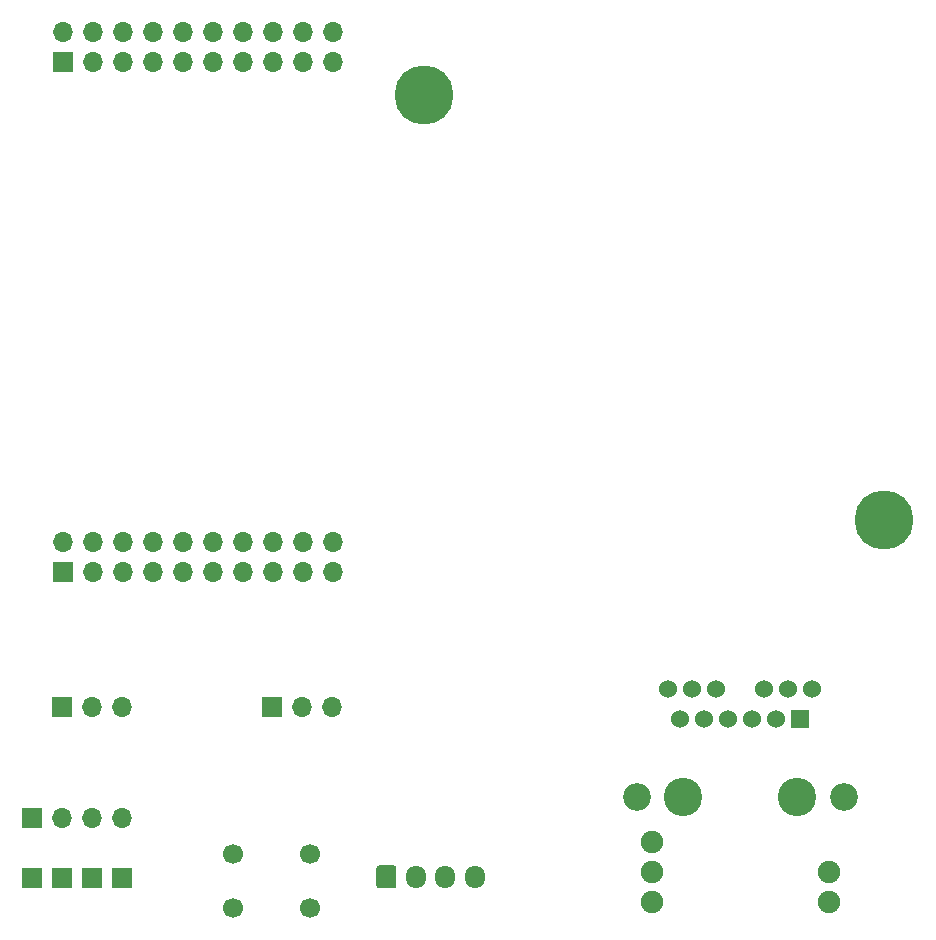
<source format=gbr>
G04 #@! TF.GenerationSoftware,KiCad,Pcbnew,(5.1.9)-1*
G04 #@! TF.CreationDate,2021-04-08T22:59:59+09:00*
G04 #@! TF.ProjectId,EA1176_TiGANBoard,45413131-3736-45f5-9469-47414e426f61,rev?*
G04 #@! TF.SameCoordinates,Original*
G04 #@! TF.FileFunction,Soldermask,Bot*
G04 #@! TF.FilePolarity,Negative*
%FSLAX46Y46*%
G04 Gerber Fmt 4.6, Leading zero omitted, Abs format (unit mm)*
G04 Created by KiCad (PCBNEW (5.1.9)-1) date 2021-04-08 22:59:59*
%MOMM*%
%LPD*%
G01*
G04 APERTURE LIST*
%ADD10C,5.000000*%
%ADD11O,1.700000X1.700000*%
%ADD12R,1.700000X1.700000*%
%ADD13C,1.530000*%
%ADD14R,1.530000X1.530000*%
%ADD15C,1.905000*%
%ADD16C,3.250000*%
%ADD17C,2.355000*%
%ADD18O,1.700000X1.950000*%
%ADD19C,1.700000*%
G04 APERTURE END LIST*
D10*
X-32905700Y86148200D03*
X6094300Y50148200D03*
D11*
X-43165000Y91470000D03*
X-40625000Y91470000D03*
X-43165000Y88930000D03*
X-40625000Y88930000D03*
X-58405000Y88930000D03*
X-45705000Y91470000D03*
X-45705000Y88930000D03*
X-48245000Y91470000D03*
X-48245000Y88930000D03*
X-50785000Y91470000D03*
X-63485000Y91470000D03*
X-50785000Y88930000D03*
X-53325000Y91470000D03*
X-60945000Y91470000D03*
X-53325000Y88930000D03*
X-55865000Y91470000D03*
X-55865000Y88930000D03*
X-58405000Y91470000D03*
X-60945000Y88930000D03*
D12*
X-63485000Y88930000D03*
D11*
X-58405000Y45790000D03*
X-45705000Y45790000D03*
X-50785000Y48330000D03*
X-43165000Y48330000D03*
X-48245000Y45790000D03*
X-40625000Y45790000D03*
X-55865000Y45790000D03*
D12*
X-63485000Y45790000D03*
D11*
X-45705000Y48330000D03*
X-60945000Y45790000D03*
X-48245000Y48330000D03*
X-43165000Y45790000D03*
X-58405000Y48330000D03*
X-55865000Y48330000D03*
X-50785000Y45790000D03*
X-40625000Y48330000D03*
X-53325000Y45790000D03*
X-60945000Y48330000D03*
X-53325000Y48330000D03*
X-63485000Y48330000D03*
D13*
X-12192000Y35814000D03*
X0Y35814000D03*
X-11176000Y33274000D03*
D14*
X-1016000Y33274000D03*
D15*
X-13614400Y17780000D03*
D13*
X-4064000Y35814000D03*
X-2032000Y35814000D03*
X-5080000Y33274000D03*
X-3048000Y33274000D03*
D16*
X-10922000Y26670000D03*
X-1270000Y26670000D03*
D15*
X-13614400Y20320000D03*
X-13614400Y22860000D03*
X1422400Y17780000D03*
X1422400Y20320000D03*
D13*
X-7112000Y33274000D03*
X-8128000Y35814000D03*
X-9144000Y33274000D03*
X-10160000Y35814000D03*
D17*
X-14884400Y26670000D03*
X2692400Y26670000D03*
D11*
X-40640000Y34290000D03*
X-43180000Y34290000D03*
D12*
X-45720000Y34290000D03*
D18*
X-28568000Y19939000D03*
X-31068000Y19939000D03*
X-33568000Y19939000D03*
G36*
G01*
X-36918000Y19214000D02*
X-36918000Y20664000D01*
G75*
G02*
X-36668000Y20914000I250000J0D01*
G01*
X-35468000Y20914000D01*
G75*
G02*
X-35218000Y20664000I0J-250000D01*
G01*
X-35218000Y19214000D01*
G75*
G02*
X-35468000Y18964000I-250000J0D01*
G01*
X-36668000Y18964000D01*
G75*
G02*
X-36918000Y19214000I0J250000D01*
G01*
G37*
D11*
X-58420000Y34290000D03*
X-60960000Y34290000D03*
D12*
X-63500000Y34290000D03*
X-66040000Y19812000D03*
X-60960000Y19812000D03*
X-63500000Y19812000D03*
X-58420000Y19812000D03*
D19*
X-49022000Y21844000D03*
X-42522000Y21844000D03*
X-49022000Y17344000D03*
X-42522000Y17344000D03*
D11*
X-58420000Y24892000D03*
X-60960000Y24892000D03*
X-63500000Y24892000D03*
D12*
X-66040000Y24892000D03*
M02*

</source>
